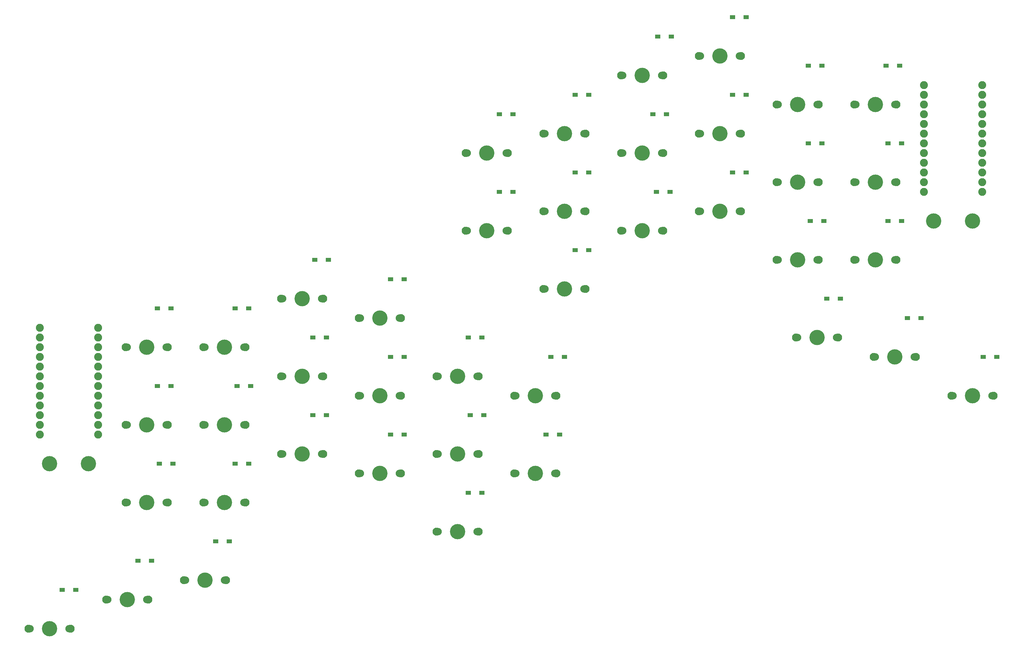
<source format=gbr>
%TF.GenerationSoftware,KiCad,Pcbnew,(6.0.2-0)*%
%TF.CreationDate,2022-03-13T16:27:42+11:00*%
%TF.ProjectId,Nydas,4e796461-732e-46b6-9963-61645f706362,rev?*%
%TF.SameCoordinates,Original*%
%TF.FileFunction,Soldermask,Top*%
%TF.FilePolarity,Negative*%
%FSLAX46Y46*%
G04 Gerber Fmt 4.6, Leading zero omitted, Abs format (unit mm)*
G04 Created by KiCad (PCBNEW (6.0.2-0)) date 2022-03-13 16:27:42*
%MOMM*%
%LPD*%
G01*
G04 APERTURE LIST*
%ADD10C,2.100000*%
%ADD11C,1.900000*%
%ADD12C,4.000000*%
%ADD13R,1.400000X1.000000*%
%ADD14C,2.082800*%
G04 APERTURE END LIST*
D10*
%TO.C,SW21*%
X47840000Y-106680000D03*
D11*
X48260000Y-106680000D03*
X58420000Y-106680000D03*
D10*
X58840000Y-106680000D03*
D12*
X53340000Y-106680000D03*
%TD*%
D13*
%TO.C,D21*%
X56185000Y-96520000D03*
X59735000Y-96520000D03*
%TD*%
%TO.C,D6*%
X246685000Y-33020000D03*
X250235000Y-33020000D03*
%TD*%
%TO.C,D14*%
X186645000Y-66040000D03*
X190195000Y-66040000D03*
%TD*%
D10*
%TO.C,SW8*%
X157060000Y-71120000D03*
D12*
X162560000Y-71120000D03*
D11*
X167640000Y-71120000D03*
D10*
X168060000Y-71120000D03*
D11*
X157480000Y-71120000D03*
%TD*%
D13*
%TO.C,D39*%
X51105000Y-162560000D03*
X54655000Y-162560000D03*
%TD*%
D10*
%TO.C,SW27*%
X58840000Y-127000000D03*
D11*
X58420000Y-127000000D03*
X48260000Y-127000000D03*
D10*
X47840000Y-127000000D03*
D12*
X53340000Y-127000000D03*
%TD*%
D11*
%TO.C,SW6*%
X248920000Y-43180000D03*
D10*
X238340000Y-43180000D03*
D12*
X243840000Y-43180000D03*
D11*
X238760000Y-43180000D03*
D10*
X249340000Y-43180000D03*
%TD*%
%TO.C,SW30*%
X119800000Y-119380000D03*
X108800000Y-119380000D03*
D12*
X114300000Y-119380000D03*
D11*
X119380000Y-119380000D03*
X109220000Y-119380000D03*
%TD*%
D13*
%TO.C,D37*%
X137465000Y-144780000D03*
X141015000Y-144780000D03*
%TD*%
%TO.C,D16*%
X226825000Y-73660000D03*
X230375000Y-73660000D03*
%TD*%
D10*
%TO.C,SW38*%
X33440000Y-180340000D03*
D11*
X22860000Y-180340000D03*
X33020000Y-180340000D03*
D10*
X22440000Y-180340000D03*
D12*
X27940000Y-180340000D03*
%TD*%
D13*
%TO.C,D33*%
X56645000Y-137160000D03*
X60195000Y-137160000D03*
%TD*%
%TO.C,D7*%
X145545000Y-66040000D03*
X149095000Y-66040000D03*
%TD*%
%TO.C,D19*%
X252225000Y-99060000D03*
X255775000Y-99060000D03*
%TD*%
%TO.C,D35*%
X96825000Y-124460000D03*
X100375000Y-124460000D03*
%TD*%
D10*
%TO.C,SW4*%
X197700000Y-30480000D03*
X208700000Y-30480000D03*
D12*
X203200000Y-30480000D03*
D11*
X208280000Y-30480000D03*
X198120000Y-30480000D03*
%TD*%
D13*
%TO.C,D24*%
X117145000Y-88900000D03*
X120695000Y-88900000D03*
%TD*%
D12*
%TO.C,*%
X27940000Y-137160000D03*
%TD*%
D13*
%TO.C,D26*%
X159010000Y-109220000D03*
X162560000Y-109220000D03*
%TD*%
%TO.C,D1*%
X145545000Y-45720000D03*
X149095000Y-45720000D03*
%TD*%
D10*
%TO.C,SW16*%
X229020000Y-83820000D03*
X218020000Y-83820000D03*
D12*
X223520000Y-83820000D03*
D11*
X218440000Y-83820000D03*
X228600000Y-83820000D03*
%TD*%
D10*
%TO.C,SW26*%
X149440000Y-119380000D03*
D12*
X154940000Y-119380000D03*
D10*
X160440000Y-119380000D03*
D11*
X149860000Y-119380000D03*
X160020000Y-119380000D03*
%TD*%
%TO.C,SW14*%
X177800000Y-76200000D03*
D10*
X177380000Y-76200000D03*
D11*
X187960000Y-76200000D03*
D10*
X188380000Y-76200000D03*
D12*
X182880000Y-76200000D03*
%TD*%
%TO.C,SW9*%
X182880000Y-55880000D03*
D11*
X177800000Y-55880000D03*
D10*
X177380000Y-55880000D03*
X188380000Y-55880000D03*
D11*
X187960000Y-55880000D03*
%TD*%
D13*
%TO.C,D4*%
X206505000Y-20320000D03*
X210055000Y-20320000D03*
%TD*%
D10*
%TO.C,SW12*%
X249340000Y-63500000D03*
X238340000Y-63500000D03*
D11*
X238760000Y-63500000D03*
D12*
X243840000Y-63500000D03*
D11*
X248920000Y-63500000D03*
%TD*%
D13*
%TO.C,D9*%
X185725000Y-45720000D03*
X189275000Y-45720000D03*
%TD*%
D11*
%TO.C,SW39*%
X43180000Y-172720000D03*
D10*
X42760000Y-172720000D03*
X53760000Y-172720000D03*
D11*
X53340000Y-172720000D03*
D12*
X48260000Y-172720000D03*
%TD*%
D11*
%TO.C,SW28*%
X68580000Y-127000000D03*
D12*
X73660000Y-127000000D03*
D11*
X78740000Y-127000000D03*
D10*
X79160000Y-127000000D03*
X68160000Y-127000000D03*
%TD*%
%TO.C,SW37*%
X140120000Y-154940000D03*
X129120000Y-154940000D03*
D11*
X139700000Y-154940000D03*
D12*
X134620000Y-154940000D03*
D11*
X129540000Y-154940000D03*
%TD*%
D14*
%TO.C,U2*%
X25400000Y-101600000D03*
X25400000Y-104140000D03*
X25400000Y-106680000D03*
X25400000Y-109220000D03*
X25400000Y-111760000D03*
X25400000Y-114300000D03*
X25400000Y-116840000D03*
X25400000Y-119380000D03*
X25400000Y-121920000D03*
X25400000Y-124460000D03*
X25400000Y-127000000D03*
X25400000Y-129540000D03*
X40640000Y-129540000D03*
X40640000Y-127000000D03*
X40640000Y-124460000D03*
X40640000Y-121920000D03*
X40640000Y-119380000D03*
X40640000Y-116840000D03*
X40640000Y-114300000D03*
X40640000Y-111760000D03*
X40640000Y-109220000D03*
X40640000Y-106680000D03*
X40640000Y-104140000D03*
X40640000Y-101600000D03*
%TD*%
D13*
%TO.C,D13*%
X165405000Y-81280000D03*
X168955000Y-81280000D03*
%TD*%
%TO.C,D25*%
X137465000Y-104140000D03*
X141015000Y-104140000D03*
%TD*%
%TO.C,D17*%
X247145000Y-73660000D03*
X250695000Y-73660000D03*
%TD*%
%TO.C,D5*%
X226365000Y-33020000D03*
X229915000Y-33020000D03*
%TD*%
D10*
%TO.C,SW29*%
X88480000Y-114300000D03*
D11*
X99060000Y-114300000D03*
X88900000Y-114300000D03*
D12*
X93980000Y-114300000D03*
D10*
X99480000Y-114300000D03*
%TD*%
%TO.C,SW10*%
X197700000Y-50800000D03*
D11*
X198120000Y-50800000D03*
X208280000Y-50800000D03*
D12*
X203200000Y-50800000D03*
D10*
X208700000Y-50800000D03*
%TD*%
%TO.C,SW40*%
X74080000Y-167640000D03*
D11*
X63500000Y-167640000D03*
D12*
X68580000Y-167640000D03*
D11*
X73660000Y-167640000D03*
D10*
X63080000Y-167640000D03*
%TD*%
D12*
%TO.C,SW15*%
X203200000Y-71120000D03*
D11*
X208280000Y-71120000D03*
D10*
X197700000Y-71120000D03*
X208700000Y-71120000D03*
D11*
X198120000Y-71120000D03*
%TD*%
D13*
%TO.C,D31*%
X137925000Y-124460000D03*
X141475000Y-124460000D03*
%TD*%
D12*
%TO.C,SW3*%
X182880000Y-35560000D03*
D10*
X188380000Y-35560000D03*
D11*
X177800000Y-35560000D03*
X187960000Y-35560000D03*
D10*
X177380000Y-35560000D03*
%TD*%
D13*
%TO.C,D23*%
X97285000Y-83820000D03*
X100835000Y-83820000D03*
%TD*%
D11*
%TO.C,SW23*%
X99060000Y-93980000D03*
D12*
X93980000Y-93980000D03*
D11*
X88900000Y-93980000D03*
D10*
X88480000Y-93980000D03*
X99480000Y-93980000D03*
%TD*%
D13*
%TO.C,D10*%
X206505000Y-40640000D03*
X210055000Y-40640000D03*
%TD*%
D11*
%TO.C,SW5*%
X228600000Y-43180000D03*
X218440000Y-43180000D03*
D10*
X229020000Y-43180000D03*
D12*
X223520000Y-43180000D03*
D10*
X218020000Y-43180000D03*
%TD*%
D12*
%TO.C,*%
X269240000Y-73660000D03*
%TD*%
D10*
%TO.C,SW2*%
X157060000Y-50800000D03*
D12*
X162560000Y-50800000D03*
D11*
X157480000Y-50800000D03*
X167640000Y-50800000D03*
D10*
X168060000Y-50800000D03*
%TD*%
D12*
%TO.C,SW25*%
X134620000Y-114300000D03*
D10*
X129120000Y-114300000D03*
D11*
X139700000Y-114300000D03*
D10*
X140120000Y-114300000D03*
D11*
X129540000Y-114300000D03*
%TD*%
D10*
%TO.C,SW13*%
X168060000Y-91440000D03*
D11*
X167640000Y-91440000D03*
D10*
X157060000Y-91440000D03*
D12*
X162560000Y-91440000D03*
D11*
X157480000Y-91440000D03*
%TD*%
D13*
%TO.C,D2*%
X165405000Y-40640000D03*
X168955000Y-40640000D03*
%TD*%
%TO.C,D40*%
X71425000Y-157480000D03*
X74975000Y-157480000D03*
%TD*%
D14*
%TO.C,U1*%
X256540000Y-38100000D03*
X256540000Y-40640000D03*
X256540000Y-43180000D03*
X256540000Y-45720000D03*
X256540000Y-48260000D03*
X256540000Y-50800000D03*
X256540000Y-53340000D03*
X256540000Y-55880000D03*
X256540000Y-58420000D03*
X256540000Y-60960000D03*
X256540000Y-63500000D03*
X256540000Y-66040000D03*
X271780000Y-66040000D03*
X271780000Y-63500000D03*
X271780000Y-60960000D03*
X271780000Y-58420000D03*
X271780000Y-55880000D03*
X271780000Y-53340000D03*
X271780000Y-50800000D03*
X271780000Y-48260000D03*
X271780000Y-45720000D03*
X271780000Y-43180000D03*
X271780000Y-40640000D03*
X271780000Y-38100000D03*
%TD*%
D13*
%TO.C,D18*%
X231140000Y-93980000D03*
X234690000Y-93980000D03*
%TD*%
D12*
%TO.C,SW35*%
X93980000Y-134620000D03*
D11*
X88900000Y-134620000D03*
X99060000Y-134620000D03*
D10*
X88480000Y-134620000D03*
X99480000Y-134620000D03*
%TD*%
D13*
%TO.C,D8*%
X165405000Y-60960000D03*
X168955000Y-60960000D03*
%TD*%
D12*
%TO.C,*%
X259080000Y-73660000D03*
%TD*%
%TO.C,*%
X38100000Y-137160000D03*
%TD*%
D13*
%TO.C,D28*%
X76965000Y-116840000D03*
X80515000Y-116840000D03*
%TD*%
D11*
%TO.C,SW34*%
X78740000Y-147320000D03*
D10*
X79160000Y-147320000D03*
D11*
X68580000Y-147320000D03*
D10*
X68160000Y-147320000D03*
D12*
X73660000Y-147320000D03*
%TD*%
D11*
%TO.C,SW24*%
X119380000Y-99060000D03*
D10*
X108800000Y-99060000D03*
X119800000Y-99060000D03*
D11*
X109220000Y-99060000D03*
D12*
X114300000Y-99060000D03*
%TD*%
D10*
%TO.C,SW20*%
X263740000Y-119380000D03*
D12*
X269240000Y-119380000D03*
D11*
X274320000Y-119380000D03*
X264160000Y-119380000D03*
D10*
X274740000Y-119380000D03*
%TD*%
D13*
%TO.C,D12*%
X247145000Y-53340000D03*
X250695000Y-53340000D03*
%TD*%
%TO.C,D3*%
X186950000Y-25400000D03*
X190500000Y-25400000D03*
%TD*%
D10*
%TO.C,SW22*%
X68160000Y-106680000D03*
D11*
X68580000Y-106680000D03*
D10*
X79160000Y-106680000D03*
D11*
X78740000Y-106680000D03*
D12*
X73660000Y-106680000D03*
%TD*%
D13*
%TO.C,D32*%
X157785000Y-129540000D03*
X161335000Y-129540000D03*
%TD*%
D10*
%TO.C,SW17*%
X249340000Y-83820000D03*
X238340000Y-83820000D03*
D11*
X238760000Y-83820000D03*
X248920000Y-83820000D03*
D12*
X243840000Y-83820000D03*
%TD*%
D11*
%TO.C,SW19*%
X254000000Y-109220000D03*
D10*
X243420000Y-109220000D03*
X254420000Y-109220000D03*
D12*
X248920000Y-109220000D03*
D11*
X243840000Y-109220000D03*
%TD*%
D13*
%TO.C,D38*%
X31245000Y-170180000D03*
X34795000Y-170180000D03*
%TD*%
%TO.C,D20*%
X272085000Y-109220000D03*
X275635000Y-109220000D03*
%TD*%
D11*
%TO.C,SW33*%
X58420000Y-147320000D03*
X48260000Y-147320000D03*
D10*
X58840000Y-147320000D03*
D12*
X53340000Y-147320000D03*
D10*
X47840000Y-147320000D03*
%TD*%
D13*
%TO.C,D27*%
X56185000Y-116840000D03*
X59735000Y-116840000D03*
%TD*%
%TO.C,D11*%
X226365000Y-53340000D03*
X229915000Y-53340000D03*
%TD*%
%TO.C,D15*%
X206505000Y-60960000D03*
X210055000Y-60960000D03*
%TD*%
%TO.C,D22*%
X76505000Y-96520000D03*
X80055000Y-96520000D03*
%TD*%
D11*
%TO.C,SW7*%
X147320000Y-76200000D03*
D10*
X136740000Y-76200000D03*
D12*
X142240000Y-76200000D03*
D11*
X137160000Y-76200000D03*
D10*
X147740000Y-76200000D03*
%TD*%
D11*
%TO.C,SW11*%
X228600000Y-63500000D03*
D10*
X218020000Y-63500000D03*
D11*
X218440000Y-63500000D03*
D10*
X229020000Y-63500000D03*
D12*
X223520000Y-63500000D03*
%TD*%
%TO.C,SW36*%
X114300000Y-139700000D03*
D10*
X119800000Y-139700000D03*
D11*
X119380000Y-139700000D03*
X109220000Y-139700000D03*
D10*
X108800000Y-139700000D03*
%TD*%
D12*
%TO.C,SW31*%
X134620000Y-134620000D03*
D11*
X139700000Y-134620000D03*
D10*
X129120000Y-134620000D03*
D11*
X129540000Y-134620000D03*
D10*
X140120000Y-134620000D03*
%TD*%
D13*
%TO.C,D36*%
X117145000Y-129540000D03*
X120695000Y-129540000D03*
%TD*%
%TO.C,D34*%
X76505000Y-137160000D03*
X80055000Y-137160000D03*
%TD*%
%TO.C,D29*%
X96825000Y-104140000D03*
X100375000Y-104140000D03*
%TD*%
D12*
%TO.C,SW32*%
X154940000Y-139700000D03*
D11*
X149860000Y-139700000D03*
X160020000Y-139700000D03*
D10*
X149440000Y-139700000D03*
X160440000Y-139700000D03*
%TD*%
D11*
%TO.C,SW18*%
X223520000Y-104140000D03*
X233680000Y-104140000D03*
D10*
X223100000Y-104140000D03*
D12*
X228600000Y-104140000D03*
D10*
X234100000Y-104140000D03*
%TD*%
D13*
%TO.C,D30*%
X117145000Y-109220000D03*
X120695000Y-109220000D03*
%TD*%
D10*
%TO.C,SW1*%
X136740000Y-55880000D03*
D11*
X137160000Y-55880000D03*
X147320000Y-55880000D03*
D10*
X147740000Y-55880000D03*
D12*
X142240000Y-55880000D03*
%TD*%
M02*

</source>
